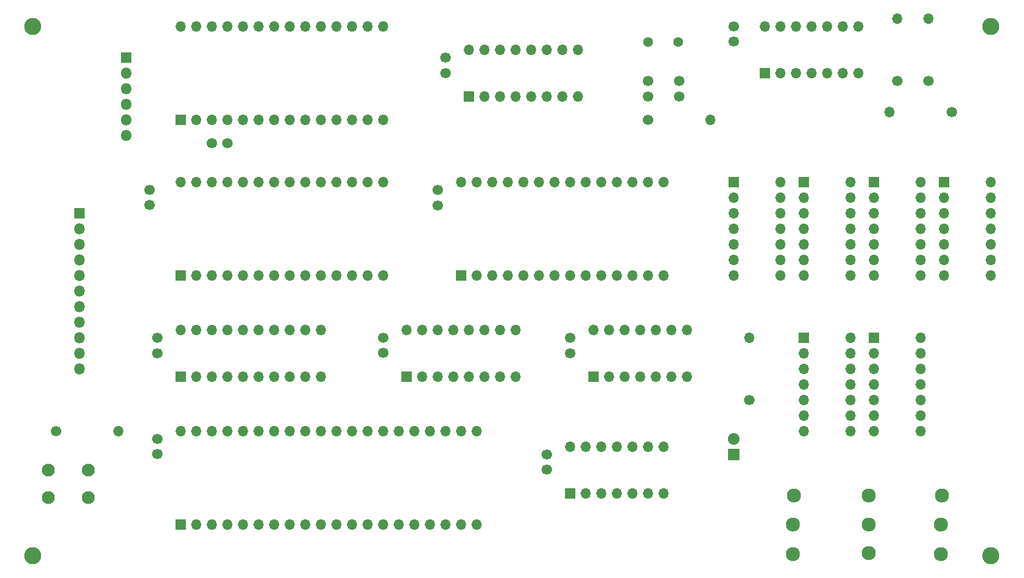
<source format=gbr>
%TF.GenerationSoftware,KiCad,Pcbnew,5.1.6-c6e7f7d~87~ubuntu16.04.1*%
%TF.CreationDate,2022-03-08T12:59:47-05:00*%
%TF.ProjectId,8085basic,38303835-6261-4736-9963-2e6b69636164,rev?*%
%TF.SameCoordinates,Original*%
%TF.FileFunction,Soldermask,Bot*%
%TF.FilePolarity,Negative*%
%FSLAX46Y46*%
G04 Gerber Fmt 4.6, Leading zero omitted, Abs format (unit mm)*
G04 Created by KiCad (PCBNEW 5.1.6-c6e7f7d~87~ubuntu16.04.1) date 2022-03-08 12:59:47*
%MOMM*%
%LPD*%
G01*
G04 APERTURE LIST*
%ADD10C,2.800000*%
%ADD11C,2.300000*%
%ADD12O,1.700000X1.700000*%
%ADD13C,1.700000*%
%ADD14O,1.800000X1.800000*%
%ADD15R,1.800000X1.800000*%
%ADD16R,1.700000X1.700000*%
%ADD17C,1.900000*%
%ADD18R,1.900000X1.900000*%
%ADD19C,1.600000*%
%ADD20C,2.100000*%
G04 APERTURE END LIST*
D10*
%TO.C,REF4*%
X160020000Y-90170000D03*
%TD*%
%TO.C,REF2*%
X160020000Y-3810000D03*
%TD*%
%TO.C,REF3*%
X3810000Y-90170000D03*
%TD*%
%TO.C,REF1*%
X3810000Y-3810000D03*
%TD*%
D11*
%TO.C,SW4*%
X151892000Y-85090000D03*
X151892000Y-89916000D03*
X151990000Y-80390000D03*
%TD*%
%TO.C,SW3*%
X127762000Y-85090000D03*
X127762000Y-89916000D03*
X127860000Y-80390000D03*
%TD*%
D12*
%TO.C,R6*%
X149860000Y-2540000D03*
D13*
X149860000Y-12700000D03*
%TD*%
D12*
%TO.C,R5*%
X144780000Y-2540000D03*
D13*
X144780000Y-12700000D03*
%TD*%
D12*
%TO.C,R4*%
X143510000Y-17780000D03*
D13*
X153670000Y-17780000D03*
%TD*%
D12*
%TO.C,R3*%
X120650000Y-54610000D03*
D13*
X120650000Y-64770000D03*
%TD*%
D12*
%TO.C,R2*%
X114300000Y-19050000D03*
D13*
X104140000Y-19050000D03*
%TD*%
D12*
%TO.C,R1*%
X17780000Y-69850000D03*
D13*
X7620000Y-69850000D03*
%TD*%
D14*
%TO.C,J2*%
X11430000Y-59690000D03*
X11430000Y-57150000D03*
X11430000Y-54610000D03*
X11430000Y-52070000D03*
X11430000Y-49530000D03*
X11430000Y-46990000D03*
X11430000Y-44450000D03*
X11430000Y-41910000D03*
X11430000Y-39370000D03*
X11430000Y-36830000D03*
D15*
X11430000Y-34290000D03*
%TD*%
D12*
%TO.C,DIS1*%
X148590000Y-54610000D03*
X140970000Y-69850000D03*
X148590000Y-57150000D03*
X140970000Y-67310000D03*
X148590000Y-59690000D03*
X140970000Y-64770000D03*
X148590000Y-62230000D03*
X140970000Y-62230000D03*
X148590000Y-64770000D03*
X140970000Y-59690000D03*
X148590000Y-67310000D03*
X140970000Y-57150000D03*
X148590000Y-69850000D03*
D16*
X140970000Y-54610000D03*
%TD*%
D17*
%TO.C,D1*%
X118110000Y-71120000D03*
D18*
X118110000Y-73660000D03*
%TD*%
D12*
%TO.C,DIS2*%
X137160000Y-54610000D03*
X129540000Y-69850000D03*
X137160000Y-57150000D03*
X129540000Y-67310000D03*
X137160000Y-59690000D03*
X129540000Y-64770000D03*
X137160000Y-62230000D03*
X129540000Y-62230000D03*
X137160000Y-64770000D03*
X129540000Y-59690000D03*
X137160000Y-67310000D03*
X129540000Y-57150000D03*
X137160000Y-69850000D03*
D16*
X129540000Y-54610000D03*
%TD*%
D12*
%TO.C,DIS4*%
X148590000Y-29210000D03*
X140970000Y-44450000D03*
X148590000Y-31750000D03*
X140970000Y-41910000D03*
X148590000Y-34290000D03*
X140970000Y-39370000D03*
X148590000Y-36830000D03*
X140970000Y-36830000D03*
X148590000Y-39370000D03*
X140970000Y-34290000D03*
X148590000Y-41910000D03*
X140970000Y-31750000D03*
X148590000Y-44450000D03*
D16*
X140970000Y-29210000D03*
%TD*%
D12*
%TO.C,DIS3*%
X160020000Y-29210000D03*
X152400000Y-44450000D03*
X160020000Y-31750000D03*
X152400000Y-41910000D03*
X160020000Y-34290000D03*
X152400000Y-39370000D03*
X160020000Y-36830000D03*
X152400000Y-36830000D03*
X160020000Y-39370000D03*
X152400000Y-34290000D03*
X160020000Y-41910000D03*
X152400000Y-31750000D03*
X160020000Y-44450000D03*
D16*
X152400000Y-29210000D03*
%TD*%
D11*
%TO.C,SW2*%
X140110000Y-80390000D03*
X140110000Y-85090000D03*
X140110000Y-89790000D03*
%TD*%
D12*
%TO.C,U10*%
X123190000Y-3810000D03*
X138430000Y-11430000D03*
X125730000Y-3810000D03*
X135890000Y-11430000D03*
X128270000Y-3810000D03*
X133350000Y-11430000D03*
X130810000Y-3810000D03*
X130810000Y-11430000D03*
X133350000Y-3810000D03*
X128270000Y-11430000D03*
X135890000Y-3810000D03*
X125730000Y-11430000D03*
X138430000Y-3810000D03*
D16*
X123190000Y-11430000D03*
%TD*%
D12*
%TO.C,DIS5*%
X137160000Y-29210000D03*
X129540000Y-44450000D03*
X137160000Y-31750000D03*
X129540000Y-41910000D03*
X137160000Y-34290000D03*
X129540000Y-39370000D03*
X137160000Y-36830000D03*
X129540000Y-36830000D03*
X137160000Y-39370000D03*
X129540000Y-34290000D03*
X137160000Y-41910000D03*
X129540000Y-31750000D03*
X137160000Y-44450000D03*
D16*
X129540000Y-29210000D03*
%TD*%
D13*
%TO.C,C10*%
X118110000Y-6310000D03*
X118110000Y-3810000D03*
%TD*%
D12*
%TO.C,DIS6*%
X125730000Y-29210000D03*
X118110000Y-44450000D03*
X125730000Y-31750000D03*
X118110000Y-41910000D03*
X125730000Y-34290000D03*
X118110000Y-39370000D03*
X125730000Y-36830000D03*
X118110000Y-36830000D03*
X125730000Y-39370000D03*
X118110000Y-34290000D03*
X125730000Y-41910000D03*
X118110000Y-31750000D03*
X125730000Y-44450000D03*
D16*
X118110000Y-29210000D03*
%TD*%
D19*
%TO.C,Y1*%
X109020000Y-6350000D03*
X104140000Y-6350000D03*
%TD*%
D12*
%TO.C,U9*%
X74930000Y-7620000D03*
X92710000Y-15240000D03*
X77470000Y-7620000D03*
X90170000Y-15240000D03*
X80010000Y-7620000D03*
X87630000Y-15240000D03*
X82550000Y-7620000D03*
X85090000Y-15240000D03*
X85090000Y-7620000D03*
X82550000Y-15240000D03*
X87630000Y-7620000D03*
X80010000Y-15240000D03*
X90170000Y-7620000D03*
X77470000Y-15240000D03*
X92710000Y-7620000D03*
D16*
X74930000Y-15240000D03*
%TD*%
D12*
%TO.C,U8*%
X27940000Y-3810000D03*
X60960000Y-19050000D03*
X30480000Y-3810000D03*
X58420000Y-19050000D03*
X33020000Y-3810000D03*
X55880000Y-19050000D03*
X35560000Y-3810000D03*
X53340000Y-19050000D03*
X38100000Y-3810000D03*
X50800000Y-19050000D03*
X40640000Y-3810000D03*
X48260000Y-19050000D03*
X43180000Y-3810000D03*
X45720000Y-19050000D03*
X45720000Y-3810000D03*
X43180000Y-19050000D03*
X48260000Y-3810000D03*
X40640000Y-19050000D03*
X50800000Y-3810000D03*
X38100000Y-19050000D03*
X53340000Y-3810000D03*
X35560000Y-19050000D03*
X55880000Y-3810000D03*
X33020000Y-19050000D03*
X58420000Y-3810000D03*
X30480000Y-19050000D03*
X60960000Y-3810000D03*
D16*
X27940000Y-19050000D03*
%TD*%
D12*
%TO.C,U7*%
X64770000Y-53340000D03*
X82550000Y-60960000D03*
X67310000Y-53340000D03*
X80010000Y-60960000D03*
X69850000Y-53340000D03*
X77470000Y-60960000D03*
X72390000Y-53340000D03*
X74930000Y-60960000D03*
X74930000Y-53340000D03*
X72390000Y-60960000D03*
X77470000Y-53340000D03*
X69850000Y-60960000D03*
X80010000Y-53340000D03*
X67310000Y-60960000D03*
X82550000Y-53340000D03*
D16*
X64770000Y-60960000D03*
%TD*%
D12*
%TO.C,U6*%
X91440000Y-72390000D03*
X106680000Y-80010000D03*
X93980000Y-72390000D03*
X104140000Y-80010000D03*
X96520000Y-72390000D03*
X101600000Y-80010000D03*
X99060000Y-72390000D03*
X99060000Y-80010000D03*
X101600000Y-72390000D03*
X96520000Y-80010000D03*
X104140000Y-72390000D03*
X93980000Y-80010000D03*
X106680000Y-72390000D03*
D16*
X91440000Y-80010000D03*
%TD*%
D12*
%TO.C,U5*%
X73660000Y-29210000D03*
X106680000Y-44450000D03*
X76200000Y-29210000D03*
X104140000Y-44450000D03*
X78740000Y-29210000D03*
X101600000Y-44450000D03*
X81280000Y-29210000D03*
X99060000Y-44450000D03*
X83820000Y-29210000D03*
X96520000Y-44450000D03*
X86360000Y-29210000D03*
X93980000Y-44450000D03*
X88900000Y-29210000D03*
X91440000Y-44450000D03*
X91440000Y-29210000D03*
X88900000Y-44450000D03*
X93980000Y-29210000D03*
X86360000Y-44450000D03*
X96520000Y-29210000D03*
X83820000Y-44450000D03*
X99060000Y-29210000D03*
X81280000Y-44450000D03*
X101600000Y-29210000D03*
X78740000Y-44450000D03*
X104140000Y-29210000D03*
X76200000Y-44450000D03*
X106680000Y-29210000D03*
D16*
X73660000Y-44450000D03*
%TD*%
D12*
%TO.C,U4*%
X27940000Y-29210000D03*
X60960000Y-44450000D03*
X30480000Y-29210000D03*
X58420000Y-44450000D03*
X33020000Y-29210000D03*
X55880000Y-44450000D03*
X35560000Y-29210000D03*
X53340000Y-44450000D03*
X38100000Y-29210000D03*
X50800000Y-44450000D03*
X40640000Y-29210000D03*
X48260000Y-44450000D03*
X43180000Y-29210000D03*
X45720000Y-44450000D03*
X45720000Y-29210000D03*
X43180000Y-44450000D03*
X48260000Y-29210000D03*
X40640000Y-44450000D03*
X50800000Y-29210000D03*
X38100000Y-44450000D03*
X53340000Y-29210000D03*
X35560000Y-44450000D03*
X55880000Y-29210000D03*
X33020000Y-44450000D03*
X58420000Y-29210000D03*
X30480000Y-44450000D03*
X60960000Y-29210000D03*
D16*
X27940000Y-44450000D03*
%TD*%
D12*
%TO.C,U3*%
X95250000Y-53340000D03*
X110490000Y-60960000D03*
X97790000Y-53340000D03*
X107950000Y-60960000D03*
X100330000Y-53340000D03*
X105410000Y-60960000D03*
X102870000Y-53340000D03*
X102870000Y-60960000D03*
X105410000Y-53340000D03*
X100330000Y-60960000D03*
X107950000Y-53340000D03*
X97790000Y-60960000D03*
X110490000Y-53340000D03*
D16*
X95250000Y-60960000D03*
%TD*%
D12*
%TO.C,U2*%
X27940000Y-53340000D03*
X50800000Y-60960000D03*
X30480000Y-53340000D03*
X48260000Y-60960000D03*
X33020000Y-53340000D03*
X45720000Y-60960000D03*
X35560000Y-53340000D03*
X43180000Y-60960000D03*
X38100000Y-53340000D03*
X40640000Y-60960000D03*
X40640000Y-53340000D03*
X38100000Y-60960000D03*
X43180000Y-53340000D03*
X35560000Y-60960000D03*
X45720000Y-53340000D03*
X33020000Y-60960000D03*
X48260000Y-53340000D03*
X30480000Y-60960000D03*
X50800000Y-53340000D03*
D16*
X27940000Y-60960000D03*
%TD*%
D12*
%TO.C,U1*%
X27940000Y-69850000D03*
X76200000Y-85090000D03*
X30480000Y-69850000D03*
X73660000Y-85090000D03*
X33020000Y-69850000D03*
X71120000Y-85090000D03*
X35560000Y-69850000D03*
X68580000Y-85090000D03*
X38100000Y-69850000D03*
X66040000Y-85090000D03*
X40640000Y-69850000D03*
X63500000Y-85090000D03*
X43180000Y-69850000D03*
X60960000Y-85090000D03*
X45720000Y-69850000D03*
X58420000Y-85090000D03*
X48260000Y-69850000D03*
X55880000Y-85090000D03*
X50800000Y-69850000D03*
X53340000Y-85090000D03*
X53340000Y-69850000D03*
X50800000Y-85090000D03*
X55880000Y-69850000D03*
X48260000Y-85090000D03*
X58420000Y-69850000D03*
X45720000Y-85090000D03*
X60960000Y-69850000D03*
X43180000Y-85090000D03*
X63500000Y-69850000D03*
X40640000Y-85090000D03*
X66040000Y-69850000D03*
X38100000Y-85090000D03*
X68580000Y-69850000D03*
X35560000Y-85090000D03*
X71120000Y-69850000D03*
X33020000Y-85090000D03*
X73660000Y-69850000D03*
X30480000Y-85090000D03*
X76200000Y-69850000D03*
D16*
X27940000Y-85090000D03*
%TD*%
D20*
%TO.C,SW1*%
X12850000Y-76200000D03*
X12850000Y-80700000D03*
X6350000Y-76200000D03*
X6350000Y-80700000D03*
%TD*%
D14*
%TO.C,J1*%
X19050000Y-21590000D03*
X19050000Y-19050000D03*
X19050000Y-16510000D03*
X19050000Y-13970000D03*
X19050000Y-11430000D03*
D15*
X19050000Y-8890000D03*
%TD*%
D13*
%TO.C,C12*%
X109220000Y-12740000D03*
X109220000Y-15240000D03*
%TD*%
%TO.C,C11*%
X104140000Y-12740000D03*
X104140000Y-15240000D03*
%TD*%
%TO.C,C9*%
X71120000Y-11430000D03*
X71120000Y-8930000D03*
%TD*%
%TO.C,C8*%
X35520000Y-22860000D03*
X33020000Y-22860000D03*
%TD*%
%TO.C,C7*%
X60960000Y-57110000D03*
X60960000Y-54610000D03*
%TD*%
%TO.C,C6*%
X87630000Y-76160000D03*
X87630000Y-73660000D03*
%TD*%
%TO.C,C5*%
X69850000Y-33020000D03*
X69850000Y-30520000D03*
%TD*%
%TO.C,C4*%
X22860000Y-32980000D03*
X22860000Y-30480000D03*
%TD*%
%TO.C,C3*%
X91440000Y-57150000D03*
X91440000Y-54650000D03*
%TD*%
%TO.C,C2*%
X24130000Y-57150000D03*
X24130000Y-54650000D03*
%TD*%
%TO.C,C1*%
X24130000Y-73620000D03*
X24130000Y-71120000D03*
%TD*%
M02*

</source>
